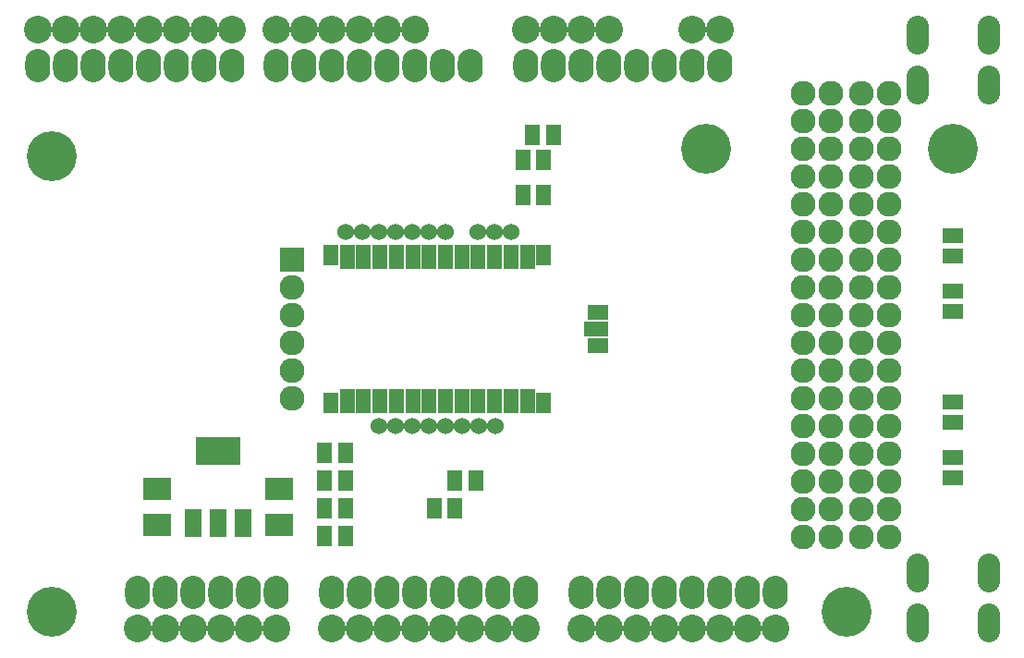
<source format=gts>
G04 (created by PCBNEW-RS274X (2011-aug-04)-testing) date Tue 30 Aug 2011 10:21:52 AM EDT*
G01*
G70*
G90*
%MOIN*%
G04 Gerber Fmt 3.4, Leading zero omitted, Abs format*
%FSLAX34Y34*%
G04 APERTURE LIST*
%ADD10C,0.006000*%
%ADD11C,0.180000*%
%ADD12O,0.090000X0.120000*%
%ADD13C,0.090000*%
%ADD14R,0.055000X0.075000*%
%ADD15R,0.100000X0.080000*%
%ADD16O,0.080000X0.140000*%
%ADD17R,0.090000X0.090000*%
%ADD18C,0.100000*%
%ADD19C,0.060000*%
%ADD20R,0.056000X0.078100*%
%ADD21R,0.056000X0.090000*%
%ADD22R,0.090000X0.056000*%
%ADD23R,0.078100X0.056000*%
%ADD24R,0.164000X0.100000*%
%ADD25R,0.060000X0.100000*%
%ADD26R,0.075000X0.055000*%
G04 APERTURE END LIST*
G54D10*
G54D11*
X34800Y-30450D03*
G54D12*
X49900Y-27200D03*
X49900Y-46200D03*
X48900Y-46200D03*
X47900Y-46200D03*
X44900Y-46200D03*
X45900Y-46200D03*
X46900Y-46200D03*
X42900Y-46200D03*
X41900Y-46200D03*
X40900Y-46200D03*
X38900Y-46200D03*
X37900Y-46200D03*
X48900Y-27200D03*
X47900Y-27200D03*
X46900Y-27200D03*
X45900Y-27200D03*
X44900Y-27200D03*
X43900Y-27200D03*
X42900Y-27200D03*
X41300Y-27200D03*
X40300Y-27200D03*
X39300Y-27200D03*
X38300Y-27200D03*
X37300Y-27200D03*
X36300Y-27200D03*
X35300Y-27200D03*
X34300Y-27200D03*
X39900Y-46200D03*
X51900Y-27200D03*
X52900Y-27200D03*
X53900Y-27200D03*
X54900Y-27200D03*
X55900Y-27200D03*
X56900Y-27200D03*
X57900Y-27200D03*
X58900Y-27200D03*
G54D13*
X61900Y-28200D03*
X62900Y-28200D03*
X61900Y-29200D03*
X62900Y-29200D03*
X61900Y-30200D03*
X62900Y-30200D03*
X61900Y-31200D03*
X62900Y-31200D03*
X61900Y-32200D03*
X62900Y-32200D03*
X61900Y-33200D03*
X62900Y-33200D03*
X61900Y-34200D03*
X62900Y-34200D03*
X61900Y-35200D03*
X62900Y-35200D03*
X61900Y-36200D03*
X62900Y-36200D03*
X61900Y-37200D03*
X62900Y-37200D03*
X61900Y-38200D03*
X62900Y-38200D03*
X61900Y-39200D03*
X62900Y-39200D03*
X61900Y-40200D03*
X62900Y-40200D03*
X61900Y-41200D03*
X62900Y-41200D03*
X61900Y-42200D03*
X62900Y-42200D03*
X61900Y-43200D03*
X62900Y-43200D03*
X61900Y-44200D03*
X62900Y-44200D03*
G54D12*
X50900Y-46200D03*
X51900Y-46200D03*
X53900Y-46200D03*
X54900Y-46200D03*
X55900Y-46200D03*
X56900Y-46200D03*
X57900Y-46200D03*
X58900Y-46200D03*
X59900Y-46200D03*
X60900Y-46200D03*
G54D14*
X44625Y-43150D03*
X45375Y-43150D03*
X44625Y-44150D03*
X45375Y-44150D03*
X45375Y-42150D03*
X44625Y-42150D03*
G54D15*
X38600Y-43750D03*
X38600Y-42450D03*
X43000Y-43750D03*
X43000Y-42450D03*
G54D14*
X44625Y-41150D03*
X45375Y-41150D03*
X52525Y-31850D03*
X51775Y-31850D03*
X52125Y-29700D03*
X52875Y-29700D03*
X52525Y-30600D03*
X51775Y-30600D03*
G54D16*
X66020Y-26110D03*
X68580Y-26110D03*
X66020Y-27890D03*
X68580Y-27890D03*
X68580Y-47290D03*
X66020Y-47290D03*
X68580Y-45510D03*
X66020Y-45510D03*
G54D17*
X43450Y-34200D03*
G54D13*
X43450Y-35200D03*
X43450Y-36200D03*
X43450Y-37200D03*
X43450Y-38200D03*
X43450Y-39200D03*
G54D14*
X50075Y-42150D03*
X49325Y-42150D03*
X49325Y-43150D03*
X48575Y-43150D03*
G54D13*
X64000Y-35200D03*
X65000Y-35200D03*
X64000Y-34200D03*
X65000Y-34200D03*
X64000Y-33200D03*
X65000Y-33200D03*
X64000Y-32200D03*
X65000Y-32200D03*
X64000Y-31200D03*
X65000Y-31200D03*
X64000Y-30200D03*
X65000Y-30200D03*
X64000Y-29200D03*
G54D18*
X41300Y-25900D03*
X42900Y-25900D03*
X43900Y-25900D03*
X44900Y-25900D03*
X45900Y-25900D03*
X46900Y-25900D03*
X47900Y-25900D03*
X51900Y-25900D03*
G54D13*
X65000Y-29200D03*
X64000Y-28200D03*
X65000Y-28200D03*
G54D18*
X58900Y-25900D03*
X52900Y-25900D03*
X53900Y-25900D03*
X54900Y-25900D03*
X57900Y-25900D03*
G54D19*
X51350Y-33200D03*
X50750Y-33200D03*
X47800Y-40200D03*
X46600Y-40200D03*
X47200Y-40200D03*
X48400Y-40200D03*
X49000Y-40200D03*
X49600Y-40200D03*
X50200Y-40200D03*
X50800Y-40200D03*
X45400Y-33200D03*
X46000Y-33200D03*
X46600Y-33200D03*
X47200Y-33200D03*
X47800Y-33200D03*
X48400Y-33200D03*
X49000Y-33200D03*
X50150Y-33200D03*
G54D18*
X53900Y-47500D03*
X54900Y-47500D03*
X55900Y-47500D03*
X56900Y-47500D03*
X57900Y-47500D03*
X58900Y-47500D03*
X59900Y-47500D03*
X60900Y-47500D03*
G54D13*
X65000Y-43200D03*
X64000Y-42200D03*
X65000Y-42200D03*
X64000Y-41200D03*
X65000Y-41200D03*
X64000Y-40200D03*
X65000Y-40200D03*
X64000Y-39200D03*
X65000Y-39200D03*
X64000Y-38200D03*
X65000Y-38200D03*
X64000Y-37200D03*
X65000Y-37200D03*
X64000Y-36200D03*
X65000Y-36200D03*
G54D18*
X37300Y-25900D03*
X38300Y-25900D03*
X39300Y-25900D03*
X40300Y-25900D03*
G54D20*
X52531Y-34043D03*
X44855Y-34043D03*
X44855Y-39357D03*
X52531Y-39357D03*
G54D21*
X49578Y-39298D03*
X50169Y-39298D03*
X51940Y-39298D03*
X48398Y-39298D03*
X47217Y-34102D03*
X50169Y-34102D03*
X46036Y-34102D03*
X46626Y-34102D03*
X48989Y-34102D03*
X45445Y-34102D03*
X51350Y-34102D03*
X50759Y-34102D03*
X47808Y-39298D03*
X50759Y-39298D03*
X46626Y-39298D03*
X47217Y-39298D03*
X46036Y-39298D03*
G54D22*
X54421Y-36700D03*
G54D23*
X54480Y-37290D03*
X54480Y-36110D03*
G54D21*
X49578Y-34102D03*
X48989Y-39298D03*
X51350Y-39298D03*
X48398Y-34102D03*
X47808Y-34102D03*
X51940Y-34102D03*
X45445Y-39298D03*
G54D24*
X40800Y-41100D03*
G54D25*
X40800Y-43700D03*
X41700Y-43700D03*
X39900Y-43700D03*
G54D26*
X67300Y-33325D03*
X67300Y-34075D03*
X67300Y-39325D03*
X67300Y-40075D03*
X67300Y-36075D03*
X67300Y-35325D03*
X67300Y-42075D03*
X67300Y-41325D03*
G54D18*
X44900Y-47500D03*
X45900Y-47500D03*
X46900Y-47500D03*
X47900Y-47500D03*
X48900Y-47500D03*
X49900Y-47500D03*
X50900Y-47500D03*
X51900Y-47500D03*
G54D13*
X64000Y-43200D03*
X64000Y-44200D03*
X65000Y-44200D03*
G54D18*
X36300Y-25900D03*
X34300Y-25900D03*
X35300Y-25900D03*
X37900Y-47500D03*
X38900Y-47500D03*
X39900Y-47500D03*
X40900Y-47500D03*
X41900Y-47500D03*
X42900Y-47500D03*
G54D11*
X34800Y-46900D03*
X58400Y-30200D03*
X63450Y-46900D03*
X67300Y-30200D03*
M02*

</source>
